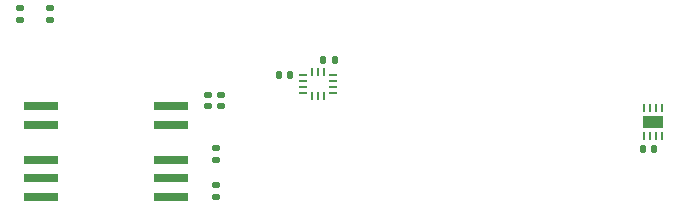
<source format=gbr>
%TF.GenerationSoftware,KiCad,Pcbnew,7.0.10*%
%TF.CreationDate,2024-02-18T18:22:22+01:00*%
%TF.ProjectId,flippy_multisensor,666c6970-7079-45f6-9d75-6c746973656e,rev?*%
%TF.SameCoordinates,Original*%
%TF.FileFunction,Paste,Top*%
%TF.FilePolarity,Positive*%
%FSLAX46Y46*%
G04 Gerber Fmt 4.6, Leading zero omitted, Abs format (unit mm)*
G04 Created by KiCad (PCBNEW 7.0.10) date 2024-02-18 18:22:22*
%MOMM*%
%LPD*%
G01*
G04 APERTURE LIST*
G04 Aperture macros list*
%AMRoundRect*
0 Rectangle with rounded corners*
0 $1 Rounding radius*
0 $2 $3 $4 $5 $6 $7 $8 $9 X,Y pos of 4 corners*
0 Add a 4 corners polygon primitive as box body*
4,1,4,$2,$3,$4,$5,$6,$7,$8,$9,$2,$3,0*
0 Add four circle primitives for the rounded corners*
1,1,$1+$1,$2,$3*
1,1,$1+$1,$4,$5*
1,1,$1+$1,$6,$7*
1,1,$1+$1,$8,$9*
0 Add four rect primitives between the rounded corners*
20,1,$1+$1,$2,$3,$4,$5,0*
20,1,$1+$1,$4,$5,$6,$7,0*
20,1,$1+$1,$6,$7,$8,$9,0*
20,1,$1+$1,$8,$9,$2,$3,0*%
G04 Aperture macros list end*
%ADD10RoundRect,0.140000X0.170000X-0.140000X0.170000X0.140000X-0.170000X0.140000X-0.170000X-0.140000X0*%
%ADD11R,3.000000X0.800000*%
%ADD12RoundRect,0.135000X-0.185000X0.135000X-0.185000X-0.135000X0.185000X-0.135000X0.185000X0.135000X0*%
%ADD13RoundRect,0.135000X0.185000X-0.135000X0.185000X0.135000X-0.185000X0.135000X-0.185000X-0.135000X0*%
%ADD14RoundRect,0.140000X0.140000X0.170000X-0.140000X0.170000X-0.140000X-0.170000X0.140000X-0.170000X0*%
%ADD15R,0.680000X0.280000*%
%ADD16R,0.280000X0.680000*%
%ADD17R,0.250000X0.700000*%
%ADD18R,1.800000X1.100000*%
%ADD19RoundRect,0.140000X-0.140000X-0.170000X0.140000X-0.170000X0.140000X0.170000X-0.140000X0.170000X0*%
G04 APERTURE END LIST*
D10*
%TO.C,C4*%
X25550000Y-9820000D03*
X25550000Y-10780000D03*
%TD*%
D11*
%TO.C,U3*%
X21300000Y-10800000D03*
X21300000Y-12400000D03*
X21300000Y-15300000D03*
X21300000Y-16900000D03*
X21300000Y-18500000D03*
X10300000Y-18500000D03*
X10300000Y-16900000D03*
X10300000Y-15300000D03*
X10300000Y-12400000D03*
X10300000Y-10800000D03*
%TD*%
D12*
%TO.C,R4*%
X25100000Y-17490000D03*
X25100000Y-18510000D03*
%TD*%
D13*
%TO.C,R3*%
X25100000Y-15310000D03*
X25100000Y-14290000D03*
%TD*%
D10*
%TO.C,C5*%
X24400000Y-10780000D03*
X24400000Y-9820000D03*
%TD*%
D14*
%TO.C,C2*%
X31380000Y-8150000D03*
X30420000Y-8150000D03*
%TD*%
D15*
%TO.C,U2*%
X34980002Y-9649998D03*
X34980002Y-9149998D03*
X34980002Y-8649998D03*
X34980002Y-8149998D03*
D16*
X34220002Y-7889998D03*
X33720002Y-7889998D03*
X33220002Y-7889998D03*
D15*
X32460002Y-8149998D03*
X32460002Y-8649998D03*
X32460002Y-9149998D03*
X32460002Y-9649998D03*
D16*
X33220002Y-9909998D03*
X33720002Y-9909998D03*
X34220002Y-9909998D03*
%TD*%
D12*
%TO.C,R2*%
X8515000Y-2446000D03*
X8515000Y-3466000D03*
%TD*%
D13*
%TO.C,R1*%
X11055000Y-3466000D03*
X11055000Y-2446000D03*
%TD*%
D17*
%TO.C,U1*%
X62859000Y-10900000D03*
X62359000Y-10900000D03*
X61859000Y-10900000D03*
X61359000Y-10900000D03*
X61359000Y-13300000D03*
X61859000Y-13300000D03*
X62359000Y-13300000D03*
X62859000Y-13300000D03*
D18*
X62109000Y-12100000D03*
%TD*%
D19*
%TO.C,C1*%
X61248000Y-14386000D03*
X62208000Y-14386000D03*
%TD*%
%TO.C,C3*%
X34200000Y-6850000D03*
X35160000Y-6850000D03*
%TD*%
M02*

</source>
